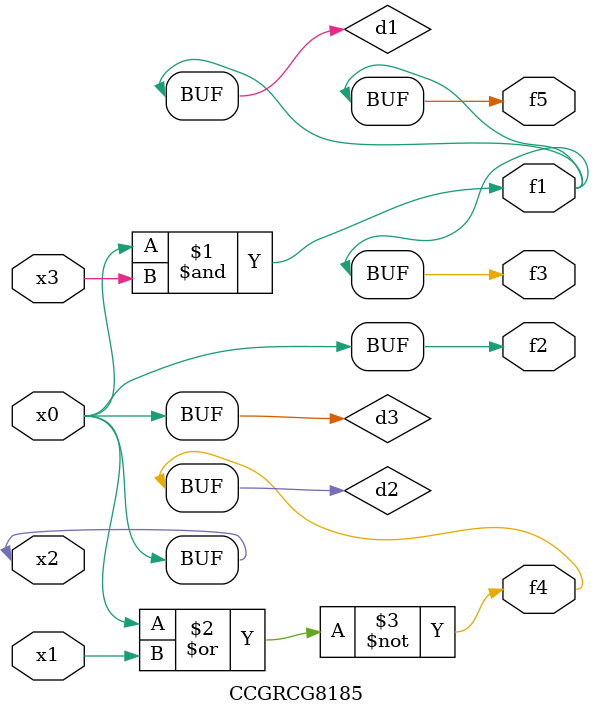
<source format=v>
module CCGRCG8185(
	input x0, x1, x2, x3,
	output f1, f2, f3, f4, f5
);

	wire d1, d2, d3;

	and (d1, x2, x3);
	nor (d2, x0, x1);
	buf (d3, x0, x2);
	assign f1 = d1;
	assign f2 = d3;
	assign f3 = d1;
	assign f4 = d2;
	assign f5 = d1;
endmodule

</source>
